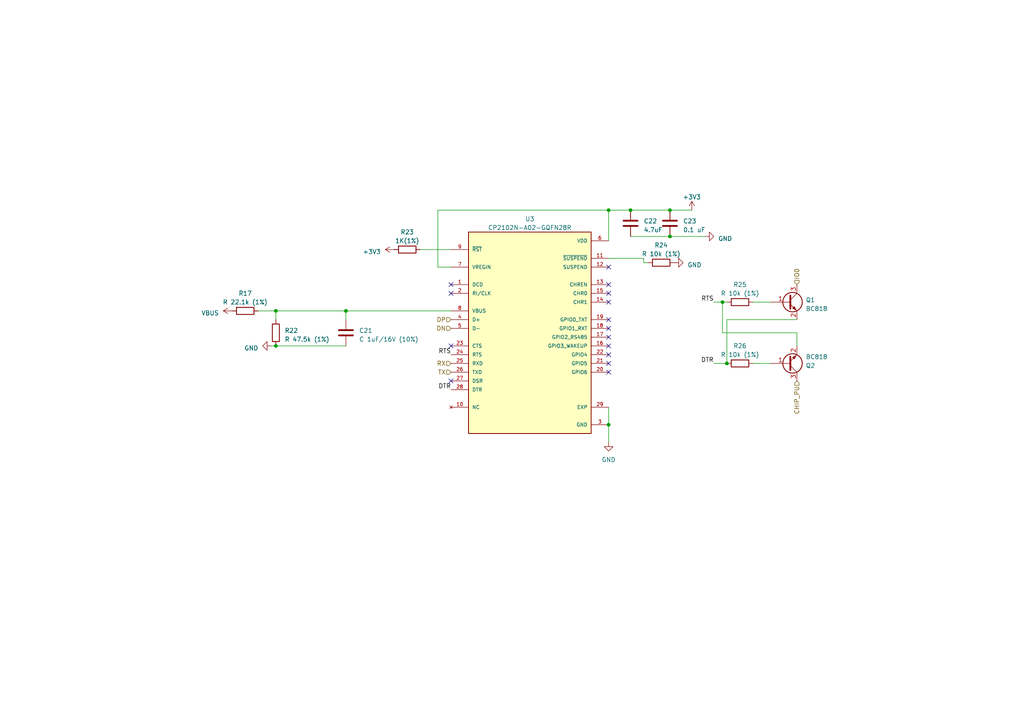
<source format=kicad_sch>
(kicad_sch (version 20230121) (generator eeschema)
  (paper "A4")
  (lib_symbols
    (symbol "CP2102N-A02-GQFN28R:CP2102N-A02-GQFN28R" (pin_names (offset 1.016))
      (property "Reference" "U" (at -17.78 28.702 0))
      (property "Value" "CP2102N-A02-GQFN28R" (at -17.78 -33.02 0))
      (symbol "CP2102N-A02-GQFN28R_0_0"
        (rectangle (start -17.78 27.94) (end 17.78 -30.48) (stroke (width 0.254)) (fill (type background)))
        (pin input line (at -22.86 12.7 0) (length 5.08) (name "DCD") (number "1"))
        (pin no_connect line (at -22.86 -22.86 0) (length 5.08) (name "NC") (number "10"))
        (pin output line (at 22.86 20.32 180) (length 5.08) (name "~{SUSPEND}") (number "11"))
        (pin output line (at 22.86 17.78 180) (length 5.08) (name "SUSPEND") (number "12"))
        (pin output line (at 22.86 12.7 180) (length 5.08) (name "CHREN") (number "13"))
        (pin output line (at 22.86 7.62 180) (length 5.08) (name "CHR1") (number "14"))
        (pin output line (at 22.86 10.16 180) (length 5.08) (name "CHR0") (number "15"))
        (pin bidirectional line (at 22.86 -5.08 180) (length 5.08) (name "GPIO3_WAKEUP") (number "16"))
        (pin bidirectional line (at 22.86 -2.54 180) (length 5.08) (name "GPIO2_RS485") (number "17"))
        (pin bidirectional line (at 22.86 0 180) (length 5.08) (name "GPIO1_RXT") (number "18"))
        (pin bidirectional line (at 22.86 2.54 180) (length 5.08) (name "GPIO0_TXT") (number "19"))
        (pin bidirectional line (at -22.86 10.16 0) (length 5.08) (name "RI/CLK") (number "2"))
        (pin bidirectional line (at 22.86 -12.7 180) (length 5.08) (name "GPIO6") (number "20"))
        (pin bidirectional line (at 22.86 -10.16 180) (length 5.08) (name "GPIO5") (number "21"))
        (pin bidirectional line (at 22.86 -7.62 180) (length 5.08) (name "GPIO4") (number "22"))
        (pin input line (at -22.86 -5.08 0) (length 5.08) (name "CTS") (number "23"))
        (pin output line (at -22.86 -7.62 0) (length 5.08) (name "RTS") (number "24"))
        (pin input line (at -22.86 -10.16 0) (length 5.08) (name "RXD") (number "25"))
        (pin output line (at -22.86 -12.7 0) (length 5.08) (name "TXD") (number "26"))
        (pin input line (at -22.86 -15.24 0) (length 5.08) (name "DSR") (number "27"))
        (pin output line (at -22.86 -17.78 0) (length 5.08) (name "DTR") (number "28"))
        (pin power_in line (at 22.86 -22.86 180) (length 5.08) (name "EXP") (number "29"))
        (pin power_in line (at 22.86 -27.94 180) (length 5.08) (name "GND") (number "3"))
        (pin bidirectional line (at -22.86 2.54 0) (length 5.08) (name "D+") (number "4"))
        (pin bidirectional line (at -22.86 0 0) (length 5.08) (name "D-") (number "5"))
        (pin power_in line (at 22.86 25.4 180) (length 5.08) (name "VDD") (number "6"))
        (pin input line (at -22.86 17.78 0) (length 5.08) (name "VREGIN") (number "7"))
        (pin input line (at -22.86 5.08 0) (length 5.08) (name "VBUS") (number "8"))
        (pin input line (at -22.86 22.86 0) (length 5.08) (name "~{RST}") (number "9"))
      )
    )
    (symbol "Device:C" (pin_numbers hide) (pin_names (offset 0.254))
      (property "Reference" "C" (at 0.635 2.54 0))
      (property "Value" "C" (at 0.635 -2.54 0))
      (symbol "C_0_1"
        (polyline (pts (xy -2.032 -0.762) (xy 2.032 -0.762)) (stroke (width 0.508)))
        (polyline (pts (xy -2.032 0.762) (xy 2.032 0.762)) (stroke (width 0.508)))
      )
      (symbol "C_1_1"
        (pin passive line (at 0 3.81 270) (length 2.794) (name "~") (number "1"))
        (pin passive line (at 0 -3.81 90) (length 2.794) (name "~") (number "2"))
      )
    )
    (symbol "Device:R" (pin_numbers hide) (pin_names (offset 0))
      (property "Reference" "R" (at 2.032 0 90))
      (property "Value" "R" (at 0 0 90))
      (symbol "R_0_1"
        (rectangle (start -1.016 -2.54) (end 1.016 2.54) (stroke (width 0.254)))
      )
      (symbol "R_1_1"
        (pin passive line (at 0 3.81 270) (length 1.27) (name "~") (number "1"))
        (pin passive line (at 0 -3.81 90) (length 1.27) (name "~") (number "2"))
      )
    )
    (symbol "Transistor_BJT:BC818" (pin_names (offset 0) hide)
      (property "Reference" "Q" (at 5.08 1.905 0))
      (property "Value" "BC818" (at 5.08 0 0))
      (symbol "BC818_0_1"
        (polyline (pts (xy 0.635 0.635) (xy 2.54 2.54)))
        (polyline (pts (xy 0.635 -0.635) (xy 2.54 -2.54) (xy 2.54 -2.54)))
        (polyline (pts (xy 0.635 1.905) (xy 0.635 -1.905) (xy 0.635 -1.905)) (stroke (width 0.508)))
        (polyline (pts (xy 1.27 -1.778) (xy 1.778 -1.27) (xy 2.286 -2.286) (xy 1.27 -1.778) (xy 1.27 -1.778)) (fill (type outline)))
        (circle (center 1.27 0) (radius 2.8194) (stroke (width 0.254)))
      )
      (symbol "BC818_1_1"
        (pin input line (at -5.08 0 0) (length 5.715) (name "B") (number "1"))
        (pin passive line (at 2.54 -5.08 90) (length 2.54) (name "E") (number "2"))
        (pin passive line (at 2.54 5.08 270) (length 2.54) (name "C") (number "3"))
      )
    )
    (symbol "power:+3V3" (power) (pin_names (offset 0))
      (property "Value" "+3V3" (at 0 3.556 0))
      (symbol "+3V3_0_1"
        (polyline (pts (xy -0.762 1.27) (xy 0 2.54)))
        (polyline (pts (xy 0 0) (xy 0 2.54)))
        (polyline (pts (xy 0 2.54) (xy 0.762 1.27)))
      )
      (symbol "+3V3_1_1"
        (pin power_in line (at 0 0 90) (length 0) hide (name "+3V3") (number "1"))
      )
    )
    (symbol "power:GND" (power) (pin_names (offset 0))
      (property "Value" "GND" (at 0 -3.81 0))
      (symbol "GND_0_1"
        (polyline (pts (xy 0 0) (xy 0 -1.27) (xy 1.27 -1.27) (xy 0 -2.54) (xy -1.27 -1.27) (xy 0 -1.27)))
      )
      (symbol "GND_1_1"
        (pin power_in line (at 0 0 270) (length 0) hide (name "GND") (number "1"))
      )
    )
    (symbol "power:VBUS" (power) (pin_names (offset 0))
      (property "Value" "VBUS" (at 0 3.81 0))
      (symbol "VBUS_0_1"
        (polyline (pts (xy -0.762 1.27) (xy 0 2.54)))
        (polyline (pts (xy 0 0) (xy 0 2.54)))
        (polyline (pts (xy 0 2.54) (xy 0.762 1.27)))
      )
      (symbol "VBUS_1_1"
        (pin power_in line (at 0 0 90) (length 0) hide (name "VBUS") (number "1"))
      )
    )
  )
  (junction (at 100.33 90.17))
  (junction (at 210.82 105.41))
  (junction (at 80.01 90.17))
  (junction (at 209.55 87.63))
  (junction (at 194.31 60.96))
  (junction (at 80.01 100.33))
  (junction (at 176.53 60.96))
  (junction (at 182.88 60.96))
  (junction (at 194.31 68.58))
  (junction (at 176.53 123.19))
  (no_connect (at 176.53 77.47))
  (no_connect (at 130.81 100.33))
  (no_connect (at 176.53 85.09))
  (no_connect (at 176.53 92.71))
  (no_connect (at 176.53 102.87))
  (no_connect (at 176.53 87.63))
  (no_connect (at 176.53 100.33))
  (no_connect (at 176.53 95.25))
  (no_connect (at 130.81 85.09))
  (no_connect (at 176.53 97.79))
  (no_connect (at 176.53 82.55))
  (no_connect (at 130.81 110.49))
  (no_connect (at 130.81 82.55))
  (no_connect (at 176.53 105.41))
  (no_connect (at 176.53 107.95))
  (wire (pts (xy 209.55 96.52) (xy 231.14 96.52)))
  (wire (pts (xy 121.92 72.39) (xy 130.81 72.39)))
  (wire (pts (xy 78.74 100.33) (xy 80.01 100.33)))
  (wire (pts (xy 127 60.96) (xy 176.53 60.96)))
  (wire (pts (xy 210.82 92.71) (xy 210.82 105.41)))
  (wire (pts (xy 127 77.47) (xy 127 60.96)))
  (wire (pts (xy 231.14 96.52) (xy 231.14 100.33)))
  (wire (pts (xy 194.31 68.58) (xy 204.47 68.58)))
  (wire (pts (xy 176.53 60.96) (xy 182.88 60.96)))
  (wire (pts (xy 80.01 90.17) (xy 100.33 90.17)))
  (wire (pts (xy 209.55 87.63) (xy 209.55 96.52)))
  (wire (pts (xy 182.88 68.58) (xy 194.31 68.58)))
  (wire (pts (xy 100.33 90.17) (xy 130.81 90.17)))
  (wire (pts (xy 186.69 76.2) (xy 187.96 76.2)))
  (wire (pts (xy 186.69 76.2) (xy 186.69 74.93)))
  (wire (pts (xy 200.66 60.96) (xy 194.31 60.96)))
  (wire (pts (xy 231.14 92.71) (xy 210.82 92.71)))
  (wire (pts (xy 218.44 87.63) (xy 223.52 87.63)))
  (wire (pts (xy 182.88 60.96) (xy 194.31 60.96)))
  (wire (pts (xy 176.53 60.96) (xy 176.53 69.85)))
  (wire (pts (xy 176.53 118.11) (xy 176.53 123.19)))
  (wire (pts (xy 176.53 123.19) (xy 176.53 128.27)))
  (wire (pts (xy 100.33 90.17) (xy 100.33 92.71)))
  (wire (pts (xy 80.01 90.17) (xy 80.01 92.71)))
  (wire (pts (xy 207.01 87.63) (xy 209.55 87.63)))
  (wire (pts (xy 130.81 77.47) (xy 127 77.47)))
  (wire (pts (xy 80.01 100.33) (xy 100.33 100.33)))
  (wire (pts (xy 176.53 74.93) (xy 186.69 74.93)))
  (wire (pts (xy 207.01 105.41) (xy 210.82 105.41)))
  (wire (pts (xy 209.55 87.63) (xy 210.82 87.63)))
  (wire (pts (xy 74.93 90.17) (xy 80.01 90.17)))
  (wire (pts (xy 218.44 105.41) (xy 223.52 105.41)))
  (label "DTR" (at 207.01 105.41 180))
  (label "DTR" (at 130.81 113.03 180))
  (label "RTS" (at 130.81 102.87 180))
  (label "RTS" (at 207.01 87.63 180))
  (hierarchical_label "DN" (shape input) (at 130.81 95.25 180))
  (hierarchical_label "RX" (shape input) (at 130.81 105.41 180))
  (hierarchical_label "DP" (shape input) (at 130.81 92.71 180))
  (hierarchical_label "CHIP_PU" (shape input) (at 231.14 110.49 270))
  (hierarchical_label "TX" (shape input) (at 130.81 107.95 180))
  (hierarchical_label "IO0" (shape input) (at 231.14 82.55 90))
  (symbol (lib_id "CP2102N-A02-GQFN28R:CP2102N-A02-GQFN28R") (at 153.67 95.25 0) (unit 1)
    (property "Reference" "U3" (at 153.67 63.5 0))
    (property "Value" "CP2102N-A02-GQFN28R" (at 153.67 66.04 0))
    (property "Footprint" "CP2102N-A02-GQFN28R:IC_CP2102N-A02-GQFN28R" (effects hide))
    (property "MF" "Silicon Labs" (effects hide))
    (property "MAXIMUM_PACKAGE_HEIGHT" "0.8 mm" (effects hide))
    (property "Package" "None" (effects hide))
    (property "Price" "None" (effects hide))
    (property "Check_prices" "https://www.snapeda.com/parts/CP2102N-A02-GQFN28R/Silicon+Labs/view-part/?ref=eda" (effects hide))
    (property "STANDARD" "Manufacturer Recommendations" (effects hide))
    (property "PARTREV" "1.5" (effects hide))
    (property "SnapEDA_Link" "https://www.snapeda.com/parts/CP2102N-A02-GQFN28R/Silicon+Labs/view-part/?ref=snap" (effects hide))
    (property "MP" "CP2102N-A02-GQFN28R" (effects hide))
    (property "Purchase-URL" "https://www.snapeda.com/api/url_track_click_mouser/?unipart_id=5704551&manufacturer=Silicon Labs&part_name=CP2102N-A02-GQFN28R&search_term=cp2102n-a02-gqfn28r" (effects hide))
    (property "Description" "\nFull Speed USB to UART Bridge USB 2.0 3.3V T/R Automotive 28-Pin QFN EP\n" (effects hide))
    (property "MANUFACTURER" "Silicon Labs" (effects hide))
    (property "Availability" "In Stock" (effects hide))
    (property "SNAPEDA_PN" "CP2102N-A02-GQFN28R" (effects hide))
    (property "LCSC" " C964632" (effects hide))
  )
  (symbol (lib_id "power:VBUS") (at 67.31 90.17 90) (unit 1)
    (property "Reference" "#PWR028" (effects hide))
    (property "Value" "VBUS" (at 63.5 90.805 90) (effects (justify left)))
  )
  (symbol (lib_id "power:GND") (at 195.58 76.2 90) (unit 1)
    (property "Reference" "#PWR034" (effects hide))
    (property "Value" "GND" (at 199.39 76.835 90) (effects (justify right)))
  )
  (symbol (lib_id "Device:R") (at 118.11 72.39 90) (unit 1)
    (property "Reference" "R23" (at 118.11 67.31 90))
    (property "Value" "1K(1%)" (at 118.11 69.85 90))
    (property "Footprint" "Resistor_SMD:R_0603_1608Metric" (effects hide))
    (property "LCSC" "C22548" (effects hide))
    (instances (project "Monolith" (path "" (reference "R23") (unit 1))) (project "_autosave-USBtoUART" (path "" (reference "R22") (unit 1))))
  )
  (symbol (lib_id "power:GND") (at 78.74 100.33 270) (unit 1)
    (property "Reference" "#PWR031" (effects hide))
    (property "Value" "GND" (at 74.93 100.965 90) (effects (justify right)))
  )
  (symbol (lib_id "Transistor_BJT:BC818") (at 228.6 105.41 0) (mirror x) (unit 1)
    (property "Reference" "Q2" (at 233.68 106.045 0) (effects (justify left)))
    (property "Value" "BC818" (at 233.68 103.505 0) (effects (justify left)))
    (property "Footprint" "Package_TO_SOT_SMD:SOT-23" (effects hide))
    (property "Datasheet" "https://www.onsemi.com/pub/Collateral/BC818-D.pdf" (effects hide))
    (property "LCSC" "C154797" (effects hide))
  )
  (symbol (lib_id "power:+3V3") (at 200.66 60.96 0) (unit 1)
    (property "Reference" "#PWR035" (effects hide))
    (property "Value" "+3V3" (at 200.66 57.15 0))
    (instances (project "Monolith" (path "" (reference "#PWR035") (unit 1))) (project "_autosave-USBtoUART" (path "" (reference "#PWR039") (unit 1))))
  )
  (symbol (lib_id "Device:R") (at 214.63 105.41 90) (unit 1)
    (property "Reference" "R26" (at 214.63 100.33 90))
    (property "Value" "R 10k (1%)" (at 214.63 102.87 90))
    (property "Footprint" "Resistor_SMD:R_0603_1608Metric" (effects hide))
    (property "LCSC" "C98220" (effects hide))
  )
  (symbol (lib_id "Device:R") (at 214.63 87.63 90) (unit 1)
    (property "Reference" "R25" (at 214.63 82.55 90))
    (property "Value" "R 10k (1%)" (at 214.63 85.09 90))
    (property "Footprint" "Resistor_SMD:R_0603_1608Metric" (effects hide))
    (property "LCSC" "C98220" (effects hide))
  )
  (symbol (lib_id "Device:R") (at 191.77 76.2 90) (unit 1)
    (property "Reference" "R24" (at 191.77 71.12 90))
    (property "Value" "R 10k (1%)" (at 191.77 73.66 90))
    (property "Footprint" "Resistor_SMD:R_0603_1608Metric" (effects hide))
    (property "LCSC" "C98220" (effects hide))
  )
  (symbol (lib_id "Device:C") (at 194.31 64.77 0) (unit 1)
    (property "Reference" "C23" (at 198.12 64.135 0) (effects (justify left)))
    (property "Value" "0.1 uF" (at 198.12 66.675 0) (effects (justify left)))
    (property "Footprint" "Capacitor_SMD:C_0603_1608Metric" (effects hide))
    (property "LCSC" "C172735" (effects hide))
    (instances (project "Monolith" (path "" (reference "C23") (unit 1))) (project "_autosave-USBtoUART" (path "" (reference "C26") (unit 1))))
  )
  (symbol (lib_id "Device:R") (at 71.12 90.17 90) (unit 1)
    (property "Reference" "R17" (at 71.12 85.09 90))
    (property "Value" "R 22.1k (1%)" (at 71.12 87.63 90))
    (property "Footprint" "Resistor_SMD:R_0603_1608Metric" (effects hide))
    (property "LCSC" "C137768" (effects hide))
  )
  (symbol (lib_id "power:GND") (at 176.53 128.27 0) (unit 1)
    (property "Reference" "#PWR033" (effects hide))
    (property "Value" "GND" (at 176.53 133.35 0))
    (instances (project "Monolith" (path "" (reference "#PWR033") (unit 1))) (project "_autosave-USBtoUART" (path "" (reference "#PWR037") (unit 1))))
  )
  (symbol (lib_id "power:GND") (at 204.47 68.58 90) (unit 1)
    (property "Reference" "#PWR036" (effects hide))
    (property "Value" "GND" (at 208.28 69.215 90) (effects (justify right)))
    (instances (project "Monolith" (path "" (reference "#PWR036") (unit 1))) (project "_autosave-USBtoUART" (path "" (reference "#PWR038") (unit 1))))
  )
  (symbol (lib_id "Device:R") (at 80.01 96.52 0) (unit 1)
    (property "Reference" "R22" (at 82.55 95.885 0) (effects (justify left)))
    (property "Value" "R 47.5k (1%)" (at 82.55 98.425 0) (effects (justify left)))
    (property "Footprint" "Resistor_SMD:R_0603_1608Metric" (effects hide))
    (property "LCSC" "C136962" (effects hide))
  )
  (symbol (lib_id "Device:C") (at 182.88 64.77 0) (unit 1)
    (property "Reference" "C22" (at 186.69 64.135 0) (effects (justify left)))
    (property "Value" "4.7uF" (at 186.69 66.675 0) (effects (justify left)))
    (property "Footprint" "Capacitor_SMD:C_0603_1608Metric" (effects hide))
    (property "LCSC" "C560882" (effects hide))
    (instances (project "Monolith" (path "" (reference "C22") (unit 1))) (project "_autosave-USBtoUART" (path "" (reference "C25") (unit 1))))
  )
  (symbol (lib_id "power:+3V3") (at 114.3 72.39 90) (unit 1)
    (property "Reference" "#PWR032" (effects hide))
    (property "Value" "+3V3" (at 110.49 73.025 90) (effects (justify left)))
    (instances (project "Monolith" (path "" (reference "#PWR032") (unit 1))) (project "_autosave-USBtoUART" (path "" (reference "#PWR040") (unit 1))))
  )
  (symbol (lib_id "Device:C") (at 100.33 96.52 0) (unit 1)
    (property "Reference" "C21" (at 104.14 95.885 0) (effects (justify left)))
    (property "Value" "C 1uF/16V (10%)" (at 104.14 98.425 0) (effects (justify left)))
    (property "Footprint" "Capacitor_SMD:C_0603_1608Metric" (effects hide))
    (property "LCSC" "C5189821" (effects hide))
  )
  (symbol (lib_id "Transistor_BJT:BC818") (at 228.6 87.63 0) (unit 1)
    (property "Reference" "Q1" (at 233.68 86.995 0) (effects (justify left)))
    (property "Value" "BC818" (at 233.68 89.535 0) (effects (justify left)))
    (property "Footprint" "Package_TO_SOT_SMD:SOT-23" (effects hide))
    (property "Datasheet" "https://www.onsemi.com/pub/Collateral/BC818-D.pdf" (effects hide))
    (property "LCSC" "C154797" (effects hide))
  )
)
</source>
